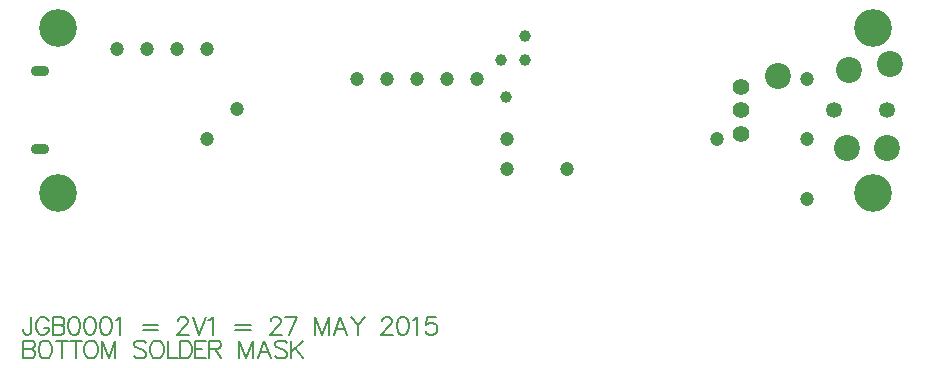
<source format=gbs>
%FSAX43Y43*%
%MOMM*%
G71*
G01*
G75*
G04 Layer_Color=16711935*
%ADD10R,0.590X0.600*%
%ADD11R,0.630X0.610*%
%ADD12R,0.600X0.590*%
%ADD13R,0.610X0.630*%
%ADD14R,0.590X1.910*%
%ADD15R,0.550X0.300*%
%ADD16R,1.210X0.590*%
%ADD17R,1.280X0.590*%
%ADD18R,1.090X0.400*%
%ADD19R,0.400X1.090*%
%ADD20R,1.520X0.330*%
%ADD21R,0.930X0.790*%
%ADD22R,1.600X0.280*%
%ADD23C,0.750*%
%ADD24R,5.500X5.500*%
%ADD25R,0.280X1.600*%
%ADD26R,3.700X3.700*%
%ADD27O,0.800X0.220*%
%ADD28O,0.220X0.800*%
%ADD29R,1.270X1.020*%
%ADD30R,0.910X0.930*%
%ADD31R,1.140X1.470*%
%ADD32R,1.000X0.970*%
%ADD33C,1.000*%
%ADD34R,0.400X0.350*%
%ADD35R,1.350X0.400*%
%ADD36R,1.600X1.900*%
%ADD37R,1.400X1.600*%
%ADD38R,1.800X1.230*%
%ADD39R,1.160X1.470*%
%ADD40R,0.930X0.920*%
%ADD41R,0.920X0.930*%
%ADD42R,1.470X1.160*%
%ADD43R,0.350X0.400*%
%ADD44C,0.250*%
%ADD45C,0.150*%
%ADD46C,0.300*%
%ADD47C,0.500*%
%ADD48C,0.280*%
%ADD49C,0.400*%
%ADD50C,0.220*%
%ADD51C,0.160*%
%ADD52C,0.200*%
%ADD53C,0.600*%
%ADD54C,0.800*%
%ADD55C,0.590*%
%ADD56C,0.260*%
%ADD57R,1.200X1.600*%
%ADD58R,1.600X1.100*%
%ADD59R,1.200X1.600*%
%ADD60R,1.100X1.600*%
%ADD61C,1.400*%
%ADD62C,2.200*%
G04:AMPARAMS|DCode=63|XSize=0.9mm|YSize=1.6mm|CornerRadius=0.45mm|HoleSize=0mm|Usage=FLASHONLY|Rotation=270.000|XOffset=0mm|YOffset=0mm|HoleType=Round|Shape=RoundedRectangle|*
%AMROUNDEDRECTD63*
21,1,0.900,0.700,0,0,270.0*
21,1,0.000,1.600,0,0,270.0*
1,1,0.900,-0.350,0.000*
1,1,0.900,-0.350,0.000*
1,1,0.900,0.350,0.000*
1,1,0.900,0.350,0.000*
%
%ADD63ROUNDEDRECTD63*%
%ADD64C,0.600*%
%ADD65C,1.000*%
%ADD66C,1.800*%
G04:AMPARAMS|DCode=67|XSize=1.8mm|YSize=1.8mm|CornerRadius=0mm|HoleSize=0mm|Usage=FLASHONLY|Rotation=0.000|XOffset=0mm|YOffset=0mm|HoleType=Round|Shape=Relief|Width=0.2mm|Gap=0.25mm|Entries=4|*
%AMTHD67*
7,0,0,1.800,1.300,0.200,45*
%
%ADD67THD67*%
%ADD68C,1.900*%
G04:AMPARAMS|DCode=69|XSize=2.3mm|YSize=2.3mm|CornerRadius=0mm|HoleSize=0mm|Usage=FLASHONLY|Rotation=0.000|XOffset=0mm|YOffset=0mm|HoleType=Round|Shape=Relief|Width=0.2mm|Gap=0.25mm|Entries=4|*
%AMTHD69*
7,0,0,2.300,1.800,0.200,45*
%
%ADD69THD69*%
%ADD70O,1.800X1.100*%
%ADD71C,3.650*%
%ADD72C,0.850*%
%ADD73C,1.200*%
%ADD74C,0.120*%
%ADD75C,1.500*%
%ADD76C,2.000*%
%ADD77C,1.350*%
%ADD78C,3.200*%
D33*
X0220500Y0169300D02*
D03*
X0222500Y0171300D02*
D03*
X0220900Y0166100D02*
D03*
X0222500Y0169300D02*
D03*
D45*
X0180000Y0145500D02*
Y0144000D01*
Y0145500D02*
X0180643D01*
X0180857Y0145428D01*
X0180928Y0145357D01*
X0181000Y0145214D01*
Y0145071D01*
X0180928Y0144928D01*
X0180857Y0144857D01*
X0180643Y0144786D01*
X0180000D02*
X0180643D01*
X0180857Y0144714D01*
X0180928Y0144643D01*
X0181000Y0144500D01*
Y0144286D01*
X0180928Y0144143D01*
X0180857Y0144071D01*
X0180643Y0144000D01*
X0180000D01*
X0181764Y0145500D02*
X0181621Y0145428D01*
X0181478Y0145285D01*
X0181407Y0145143D01*
X0181335Y0144928D01*
Y0144571D01*
X0181407Y0144357D01*
X0181478Y0144214D01*
X0181621Y0144071D01*
X0181764Y0144000D01*
X0182050D01*
X0182192Y0144071D01*
X0182335Y0144214D01*
X0182407Y0144357D01*
X0182478Y0144571D01*
Y0144928D01*
X0182407Y0145143D01*
X0182335Y0145285D01*
X0182192Y0145428D01*
X0182050Y0145500D01*
X0181764D01*
X0183328D02*
Y0144000D01*
X0182828Y0145500D02*
X0183828D01*
X0184506D02*
Y0144000D01*
X0184006Y0145500D02*
X0185006D01*
X0185613D02*
X0185470Y0145428D01*
X0185327Y0145285D01*
X0185256Y0145143D01*
X0185185Y0144928D01*
Y0144571D01*
X0185256Y0144357D01*
X0185327Y0144214D01*
X0185470Y0144071D01*
X0185613Y0144000D01*
X0185899D01*
X0186042Y0144071D01*
X0186184Y0144214D01*
X0186256Y0144357D01*
X0186327Y0144571D01*
Y0144928D01*
X0186256Y0145143D01*
X0186184Y0145285D01*
X0186042Y0145428D01*
X0185899Y0145500D01*
X0185613D01*
X0186677D02*
Y0144000D01*
Y0145500D02*
X0187248Y0144000D01*
X0187820Y0145500D02*
X0187248Y0144000D01*
X0187820Y0145500D02*
Y0144000D01*
X0190426Y0145285D02*
X0190284Y0145428D01*
X0190069Y0145500D01*
X0189784D01*
X0189569Y0145428D01*
X0189427Y0145285D01*
Y0145143D01*
X0189498Y0145000D01*
X0189569Y0144928D01*
X0189712Y0144857D01*
X0190141Y0144714D01*
X0190284Y0144643D01*
X0190355Y0144571D01*
X0190426Y0144428D01*
Y0144214D01*
X0190284Y0144071D01*
X0190069Y0144000D01*
X0189784D01*
X0189569Y0144071D01*
X0189427Y0144214D01*
X0191190Y0145500D02*
X0191048Y0145428D01*
X0190905Y0145285D01*
X0190833Y0145143D01*
X0190762Y0144928D01*
Y0144571D01*
X0190833Y0144357D01*
X0190905Y0144214D01*
X0191048Y0144071D01*
X0191190Y0144000D01*
X0191476D01*
X0191619Y0144071D01*
X0191762Y0144214D01*
X0191833Y0144357D01*
X0191905Y0144571D01*
Y0144928D01*
X0191833Y0145143D01*
X0191762Y0145285D01*
X0191619Y0145428D01*
X0191476Y0145500D01*
X0191190D01*
X0192255D02*
Y0144000D01*
X0193111D01*
X0193276Y0145500D02*
Y0144000D01*
Y0145500D02*
X0193776D01*
X0193990Y0145428D01*
X0194133Y0145285D01*
X0194204Y0145143D01*
X0194276Y0144928D01*
Y0144571D01*
X0194204Y0144357D01*
X0194133Y0144214D01*
X0193990Y0144071D01*
X0193776Y0144000D01*
X0193276D01*
X0195540Y0145500D02*
X0194611D01*
Y0144000D01*
X0195540D01*
X0194611Y0144786D02*
X0195182D01*
X0195789Y0145500D02*
Y0144000D01*
Y0145500D02*
X0196432D01*
X0196646Y0145428D01*
X0196718Y0145357D01*
X0196789Y0145214D01*
Y0145071D01*
X0196718Y0144928D01*
X0196646Y0144857D01*
X0196432Y0144786D01*
X0195789D01*
X0196289D02*
X0196789Y0144000D01*
X0198303Y0145500D02*
Y0144000D01*
Y0145500D02*
X0198875Y0144000D01*
X0199446Y0145500D02*
X0198875Y0144000D01*
X0199446Y0145500D02*
Y0144000D01*
X0201017D02*
X0200446Y0145500D01*
X0199874Y0144000D01*
X0200089Y0144500D02*
X0200803D01*
X0202367Y0145285D02*
X0202224Y0145428D01*
X0202010Y0145500D01*
X0201724D01*
X0201510Y0145428D01*
X0201367Y0145285D01*
Y0145143D01*
X0201438Y0145000D01*
X0201510Y0144928D01*
X0201652Y0144857D01*
X0202081Y0144714D01*
X0202224Y0144643D01*
X0202295Y0144571D01*
X0202367Y0144428D01*
Y0144214D01*
X0202224Y0144071D01*
X0202010Y0144000D01*
X0201724D01*
X0201510Y0144071D01*
X0201367Y0144214D01*
X0202702Y0145500D02*
Y0144000D01*
X0203702Y0145500D02*
X0202702Y0144500D01*
X0203059Y0144857D02*
X0203702Y0144000D01*
X0180714Y0147500D02*
Y0146357D01*
X0180643Y0146143D01*
X0180571Y0146071D01*
X0180428Y0146000D01*
X0180286D01*
X0180143Y0146071D01*
X0180071Y0146143D01*
X0180000Y0146357D01*
Y0146500D01*
X0182171Y0147143D02*
X0182100Y0147285D01*
X0181957Y0147428D01*
X0181814Y0147500D01*
X0181528D01*
X0181385Y0147428D01*
X0181243Y0147285D01*
X0181171Y0147143D01*
X0181100Y0146928D01*
Y0146571D01*
X0181171Y0146357D01*
X0181243Y0146214D01*
X0181385Y0146071D01*
X0181528Y0146000D01*
X0181814D01*
X0181957Y0146071D01*
X0182100Y0146214D01*
X0182171Y0146357D01*
Y0146571D01*
X0181814D02*
X0182171D01*
X0182514Y0147500D02*
Y0146000D01*
Y0147500D02*
X0183156D01*
X0183371Y0147428D01*
X0183442Y0147357D01*
X0183514Y0147214D01*
Y0147071D01*
X0183442Y0146928D01*
X0183371Y0146857D01*
X0183156Y0146786D01*
X0182514D02*
X0183156D01*
X0183371Y0146714D01*
X0183442Y0146643D01*
X0183514Y0146500D01*
Y0146286D01*
X0183442Y0146143D01*
X0183371Y0146071D01*
X0183156Y0146000D01*
X0182514D01*
X0184278Y0147500D02*
X0184063Y0147428D01*
X0183921Y0147214D01*
X0183849Y0146857D01*
Y0146643D01*
X0183921Y0146286D01*
X0184063Y0146071D01*
X0184278Y0146000D01*
X0184420D01*
X0184635Y0146071D01*
X0184778Y0146286D01*
X0184849Y0146643D01*
Y0146857D01*
X0184778Y0147214D01*
X0184635Y0147428D01*
X0184420Y0147500D01*
X0184278D01*
X0185613D02*
X0185399Y0147428D01*
X0185256Y0147214D01*
X0185185Y0146857D01*
Y0146643D01*
X0185256Y0146286D01*
X0185399Y0146071D01*
X0185613Y0146000D01*
X0185756D01*
X0185970Y0146071D01*
X0186113Y0146286D01*
X0186184Y0146643D01*
Y0146857D01*
X0186113Y0147214D01*
X0185970Y0147428D01*
X0185756Y0147500D01*
X0185613D01*
X0186949D02*
X0186734Y0147428D01*
X0186591Y0147214D01*
X0186520Y0146857D01*
Y0146643D01*
X0186591Y0146286D01*
X0186734Y0146071D01*
X0186949Y0146000D01*
X0187091D01*
X0187306Y0146071D01*
X0187448Y0146286D01*
X0187520Y0146643D01*
Y0146857D01*
X0187448Y0147214D01*
X0187306Y0147428D01*
X0187091Y0147500D01*
X0186949D01*
X0187855Y0147214D02*
X0187998Y0147285D01*
X0188213Y0147500D01*
Y0146000D01*
X0190134Y0146857D02*
X0191419D01*
X0190134Y0146428D02*
X0191419D01*
X0193111Y0147143D02*
Y0147214D01*
X0193183Y0147357D01*
X0193254Y0147428D01*
X0193397Y0147500D01*
X0193683D01*
X0193826Y0147428D01*
X0193897Y0147357D01*
X0193968Y0147214D01*
Y0147071D01*
X0193897Y0146928D01*
X0193754Y0146714D01*
X0193040Y0146000D01*
X0194040D01*
X0194375Y0147500D02*
X0194947Y0146000D01*
X0195518Y0147500D02*
X0194947Y0146000D01*
X0195711Y0147214D02*
X0195854Y0147285D01*
X0196068Y0147500D01*
Y0146000D01*
X0197989Y0146857D02*
X0199274D01*
X0197989Y0146428D02*
X0199274D01*
X0200967Y0147143D02*
Y0147214D01*
X0201038Y0147357D01*
X0201110Y0147428D01*
X0201253Y0147500D01*
X0201538D01*
X0201681Y0147428D01*
X0201752Y0147357D01*
X0201824Y0147214D01*
Y0147071D01*
X0201752Y0146928D01*
X0201610Y0146714D01*
X0200896Y0146000D01*
X0201895D01*
X0203231Y0147500D02*
X0202517Y0146000D01*
X0202231Y0147500D02*
X0203231D01*
X0204745D02*
Y0146000D01*
Y0147500D02*
X0205316Y0146000D01*
X0205887Y0147500D02*
X0205316Y0146000D01*
X0205887Y0147500D02*
Y0146000D01*
X0207458D02*
X0206887Y0147500D01*
X0206316Y0146000D01*
X0206530Y0146500D02*
X0207244D01*
X0207808Y0147500D02*
X0208380Y0146786D01*
Y0146000D01*
X0208951Y0147500D02*
X0208380Y0146786D01*
X0210393Y0147143D02*
Y0147214D01*
X0210465Y0147357D01*
X0210536Y0147428D01*
X0210679Y0147500D01*
X0210965D01*
X0211108Y0147428D01*
X0211179Y0147357D01*
X0211250Y0147214D01*
Y0147071D01*
X0211179Y0146928D01*
X0211036Y0146714D01*
X0210322Y0146000D01*
X0211322D01*
X0212086Y0147500D02*
X0211872Y0147428D01*
X0211729Y0147214D01*
X0211658Y0146857D01*
Y0146643D01*
X0211729Y0146286D01*
X0211872Y0146071D01*
X0212086Y0146000D01*
X0212229D01*
X0212443Y0146071D01*
X0212586Y0146286D01*
X0212657Y0146643D01*
Y0146857D01*
X0212586Y0147214D01*
X0212443Y0147428D01*
X0212229Y0147500D01*
X0212086D01*
X0212993Y0147214D02*
X0213136Y0147285D01*
X0213350Y0147500D01*
Y0146000D01*
X0214950Y0147500D02*
X0214236D01*
X0214164Y0146857D01*
X0214236Y0146928D01*
X0214450Y0147000D01*
X0214664D01*
X0214878Y0146928D01*
X0215021Y0146786D01*
X0215092Y0146571D01*
Y0146428D01*
X0215021Y0146214D01*
X0214878Y0146071D01*
X0214664Y0146000D01*
X0214450D01*
X0214236Y0146071D01*
X0214164Y0146143D01*
X0214093Y0146286D01*
D61*
X0240800Y0165000D02*
D03*
Y0167000D02*
D03*
Y0163000D02*
D03*
D62*
X0243900Y0167900D02*
D03*
X0249900Y0168400D02*
D03*
X0253400Y0168900D02*
D03*
X0249800Y0161800D02*
D03*
X0253200D02*
D03*
D63*
X0181425Y0161700D02*
D03*
Y0168300D02*
D03*
D73*
X0193040Y0170180D02*
D03*
X0195580Y0162560D02*
D03*
X0226060Y0160020D02*
D03*
X0198120Y0165100D02*
D03*
X0195580Y0170180D02*
D03*
X0246380Y0162560D02*
D03*
Y0167640D02*
D03*
X0238760Y0162560D02*
D03*
X0220980Y0160020D02*
D03*
Y0162560D02*
D03*
X0246380Y0157480D02*
D03*
X0187960Y0170180D02*
D03*
X0190500D02*
D03*
X0218440Y0167640D02*
D03*
X0208280D02*
D03*
X0210820D02*
D03*
X0215900D02*
D03*
X0213360D02*
D03*
D77*
X0253200Y0165000D02*
D03*
X0248700D02*
D03*
D78*
X0183000Y0158000D02*
D03*
Y0172000D02*
D03*
X0252000D02*
D03*
Y0158000D02*
D03*
M02*

</source>
